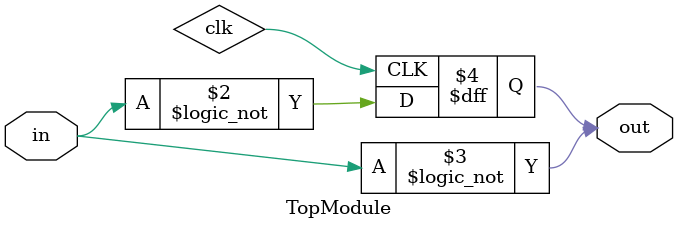
<source format=sv>

module TopModule (
  input in,
  output out
);
wire out;

always @(posedge clk) // Since there's no clock specified, I assume the signals are positive-edge triggered
begin
  out <= !in; // The NOT operation
end

assign out = !in; // Provide an alternative assignment that does not require a process

endmodule

</source>
